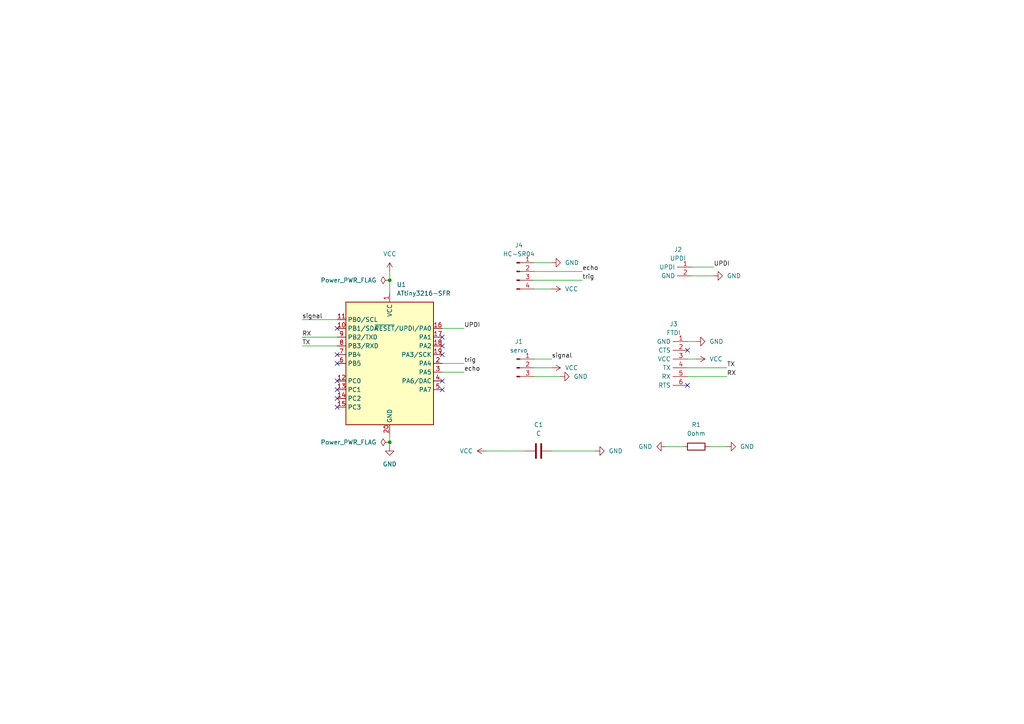
<source format=kicad_sch>
(kicad_sch (version 20211123) (generator eeschema)
  (paper "A4")
  (lib_symbols
    (symbol "fab:C" (pin_numbers hide) (pin_names (offset 0.254))
      (property "Reference" "C" (at 0.635 2.54 0))
      (property "Value" "C" (at 0.635 -2.54 0))
      (symbol "C_0_1"
        (polyline (pts (xy -2.032 -0.762) (xy 2.032 -0.762)) (stroke (width 0.508)))
        (polyline (pts (xy -2.032 0.762) (xy 2.032 0.762)) (stroke (width 0.508)))
      )
      (symbol "C_1_1"
        (pin passive line (at 0 3.81 270) (length 2.794) (name "~") (number "1"))
        (pin passive line (at 0 -3.81 90) (length 2.794) (name "~") (number "2"))
      )
    )
    (symbol "fab:Conn_PinHeader_1x03_P2.54mm_Horizontal_SMD" (pin_names (offset 1.016) hide)
      (property "Reference" "J" (at 0 5.08 0))
      (property "Value" "Conn_PinHeader_1x03_P2.54mm_Horizontal_SMD" (at 0 -5.08 0))
      (symbol "Conn_PinHeader_1x03_P2.54mm_Horizontal_SMD_1_1"
        (polyline (pts (xy 1.27 -2.54) (xy 0.8636 -2.54)) (stroke (width 0.1524)))
        (polyline (pts (xy 1.27 0) (xy 0.8636 0)) (stroke (width 0.1524)))
        (polyline (pts (xy 1.27 2.54) (xy 0.8636 2.54)) (stroke (width 0.1524)))
        (rectangle (start 0.8636 -2.413) (end 0 -2.667) (stroke (width 0.1524)) (fill (type outline)))
        (rectangle (start 0.8636 0.127) (end 0 -0.127) (stroke (width 0.1524)) (fill (type outline)))
        (rectangle (start 0.8636 2.667) (end 0 2.413) (stroke (width 0.1524)) (fill (type outline)))
        (pin passive line (at 5.08 2.54 180) (length 3.81) (name "Pin_1") (number "1"))
        (pin passive line (at 5.08 0 180) (length 3.81) (name "Pin_2") (number "2"))
        (pin passive line (at 5.08 -2.54 180) (length 3.81) (name "Pin_3") (number "3"))
      )
    )
    (symbol "fab:Conn_PinHeader_1x04_P2.54mm_Horizontal_SMD" (pin_names (offset 1.016) hide)
      (property "Reference" "J" (at 0 5.08 0))
      (property "Value" "Conn_PinHeader_1x04_P2.54mm_Horizontal_SMD" (at 0 -7.62 0))
      (symbol "Conn_PinHeader_1x04_P2.54mm_Horizontal_SMD_1_1"
        (polyline (pts (xy 1.27 -5.08) (xy 0.8636 -5.08)) (stroke (width 0.1524)))
        (polyline (pts (xy 1.27 -2.54) (xy 0.8636 -2.54)) (stroke (width 0.1524)))
        (polyline (pts (xy 1.27 0) (xy 0.8636 0)) (stroke (width 0.1524)))
        (polyline (pts (xy 1.27 2.54) (xy 0.8636 2.54)) (stroke (width 0.1524)))
        (rectangle (start 0.8636 -4.953) (end 0 -5.207) (stroke (width 0.1524)) (fill (type outline)))
        (rectangle (start 0.8636 -2.413) (end 0 -2.667) (stroke (width 0.1524)) (fill (type outline)))
        (rectangle (start 0.8636 0.127) (end 0 -0.127) (stroke (width 0.1524)) (fill (type outline)))
        (rectangle (start 0.8636 2.667) (end 0 2.413) (stroke (width 0.1524)) (fill (type outline)))
        (pin passive line (at 5.08 2.54 180) (length 3.81) (name "Pin_1") (number "1"))
        (pin passive line (at 5.08 0 180) (length 3.81) (name "Pin_2") (number "2"))
        (pin passive line (at 5.08 -2.54 180) (length 3.81) (name "Pin_3") (number "3"))
        (pin passive line (at 5.08 -5.08 180) (length 3.81) (name "Pin_4") (number "4"))
      )
    )
    (symbol "fab:Conn_PinHeader_FTDI_1x06_P2.54mm_Horizontal_SMD" (pin_names (offset 1.016))
      (property "Reference" "J" (at 0 7.62 0))
      (property "Value" "Conn_PinHeader_FTDI_1x06_P2.54mm_Horizontal_SMD" (at 0 -10.16 0))
      (symbol "Conn_PinHeader_FTDI_1x06_P2.54mm_Horizontal_SMD_1_1"
        (polyline (pts (xy 1.27 -7.62) (xy 0.8636 -7.62)) (stroke (width 0.1524)))
        (polyline (pts (xy 1.27 -5.08) (xy 0.8636 -5.08)) (stroke (width 0.1524)))
        (polyline (pts (xy 1.27 -2.54) (xy 0.8636 -2.54)) (stroke (width 0.1524)))
        (polyline (pts (xy 1.27 0) (xy 0.8636 0)) (stroke (width 0.1524)))
        (polyline (pts (xy 1.27 2.54) (xy 0.8636 2.54)) (stroke (width 0.1524)))
        (polyline (pts (xy 1.27 5.08) (xy 0.8636 5.08)) (stroke (width 0.1524)))
        (pin passive line (at 5.08 5.08 180) (length 3.81) (name "GND") (number "1"))
        (pin passive line (at 5.08 2.54 180) (length 3.81) (name "CTS") (number "2"))
        (pin passive line (at 5.08 0 180) (length 3.81) (name "VCC") (number "3"))
        (pin passive line (at 5.08 -2.54 180) (length 3.81) (name "TX") (number "4"))
        (pin passive line (at 5.08 -5.08 180) (length 3.81) (name "RX") (number "5"))
        (pin passive line (at 5.08 -7.62 180) (length 3.81) (name "RTS") (number "6"))
      )
    )
    (symbol "fab:Conn_PinHeader_UPDI_1x02_P2.54mm_Horizontal_SMD" (pin_names (offset 1.016))
      (property "Reference" "J" (at 0 2.54 0))
      (property "Value" "Conn_PinHeader_UPDI_1x02_P2.54mm_Horizontal_SMD" (at 0 -5.08 0))
      (symbol "Conn_PinHeader_UPDI_1x02_P2.54mm_Horizontal_SMD_1_1"
        (polyline (pts (xy 1.27 -2.54) (xy 0.8636 -2.54)) (stroke (width 0.1524)))
        (polyline (pts (xy 1.27 0) (xy 0.8636 0)) (stroke (width 0.1524)))
        (pin passive line (at 5.08 0 180) (length 3.81) (name "UPDI") (number "1"))
        (pin passive line (at 5.08 -2.54 180) (length 3.81) (name "GND") (number "2"))
      )
    )
    (symbol "fab:Microcontroller_ATtiny3216-SFR"
      (property "Reference" "U" (at -12.7 20.32 0))
      (property "Value" "Microcontroller_ATtiny3216-SFR" (at 2.54 20.32 0))
      (symbol "Microcontroller_ATtiny3216-SFR_0_1"
        (rectangle (start -12.7 -17.78) (end 12.7 17.78) (stroke (width 0.254)) (fill (type background)))
      )
      (symbol "Microcontroller_ATtiny3216-SFR_1_1"
        (pin power_in line (at 0 20.32 270) (length 2.54) (name "VCC") (number "1"))
        (pin bidirectional line (at -15.24 10.16 0) (length 2.54) (name "PB1/SDA") (number "10"))
        (pin bidirectional line (at -15.24 12.7 0) (length 2.54) (name "PB0/SCL") (number "11"))
        (pin bidirectional line (at -15.24 -5.08 0) (length 2.54) (name "PC0") (number "12"))
        (pin bidirectional line (at -15.24 -7.62 0) (length 2.54) (name "PC1") (number "13"))
        (pin bidirectional line (at -15.24 -10.16 0) (length 2.54) (name "PC2") (number "14"))
        (pin bidirectional line (at -15.24 -12.7 0) (length 2.54) (name "PC3") (number "15"))
        (pin bidirectional line (at 15.24 10.16 180) (length 2.54) (name "~{RESET}/UPDI/PA0") (number "16"))
        (pin bidirectional line (at 15.24 7.62 180) (length 2.54) (name "PA1") (number "17"))
        (pin bidirectional line (at 15.24 5.08 180) (length 2.54) (name "PA2") (number "18"))
        (pin bidirectional line (at 15.24 2.54 180) (length 2.54) (name "PA3/SCK") (number "19"))
        (pin bidirectional line (at 15.24 0 180) (length 2.54) (name "PA4") (number "2"))
        (pin power_in line (at 0 -20.32 90) (length 2.54) (name "GND") (number "20"))
        (pin bidirectional line (at 15.24 -2.54 180) (length 2.54) (name "PA5") (number "3"))
        (pin bidirectional line (at 15.24 -5.08 180) (length 2.54) (name "PA6/DAC") (number "4"))
        (pin bidirectional line (at 15.24 -7.62 180) (length 2.54) (name "PA7") (number "5"))
        (pin bidirectional line (at -15.24 0 0) (length 2.54) (name "PB5") (number "6"))
        (pin bidirectional line (at -15.24 2.54 0) (length 2.54) (name "PB4") (number "7"))
        (pin bidirectional line (at -15.24 5.08 0) (length 2.54) (name "PB3/RXD") (number "8"))
        (pin bidirectional line (at -15.24 7.62 0) (length 2.54) (name "PB2/TXD") (number "9"))
      )
    )
    (symbol "fab:Power_PWR_FLAG" (power) (pin_numbers hide) (pin_names (offset 0) hide)
      (property "Value" "Power_PWR_FLAG" (at 0 3.81 0))
      (symbol "Power_PWR_FLAG_0_0"
        (pin power_out line (at 0 0 90) (length 0) (name "pwr") (number "1"))
      )
      (symbol "Power_PWR_FLAG_0_1"
        (polyline (pts (xy 0 0) (xy 0 1.27) (xy -1.016 1.905) (xy 0 2.54) (xy 1.016 1.905) (xy 0 1.27)))
      )
    )
    (symbol "fab:R" (pin_numbers hide) (pin_names (offset 0))
      (property "Reference" "R" (at 2.032 0 90))
      (property "Value" "R" (at 0 0 90))
      (symbol "R_0_1"
        (rectangle (start -1.016 -2.54) (end 1.016 2.54) (stroke (width 0.254)))
      )
      (symbol "R_1_1"
        (pin passive line (at 0 3.81 270) (length 1.27) (name "~") (number "1"))
        (pin passive line (at 0 -3.81 90) (length 1.27) (name "~") (number "2"))
      )
    )
    (symbol "power:GND" (power) (pin_names (offset 0))
      (property "Value" "GND" (at 0 -3.81 0))
      (symbol "GND_0_1"
        (polyline (pts (xy 0 0) (xy 0 -1.27) (xy 1.27 -1.27) (xy 0 -2.54) (xy -1.27 -1.27) (xy 0 -1.27)))
      )
      (symbol "GND_1_1"
        (pin power_in line (at 0 0 270) (length 0) hide (name "GND") (number "1"))
      )
    )
    (symbol "power:VCC" (power) (pin_names (offset 0))
      (property "Value" "VCC" (at 0 3.81 0))
      (symbol "VCC_0_1"
        (polyline (pts (xy -0.762 1.27) (xy 0 2.54)))
        (polyline (pts (xy 0 0) (xy 0 2.54)))
        (polyline (pts (xy 0 2.54) (xy 0.762 1.27)))
      )
      (symbol "VCC_1_1"
        (pin power_in line (at 0 0 90) (length 0) hide (name "VCC") (number "1"))
      )
    )
  )
  (junction (at 113.03 81.28))
  (junction (at 113.03 128.27))
  (no_connect (at 97.79 102.87))
  (no_connect (at 97.79 95.25))
  (no_connect (at 97.79 110.49))
  (no_connect (at 97.79 113.03))
  (no_connect (at 97.79 105.41))
  (no_connect (at 128.27 97.79))
  (no_connect (at 97.79 118.11))
  (no_connect (at 97.79 115.57))
  (no_connect (at 128.27 113.03))
  (no_connect (at 128.27 102.87))
  (no_connect (at 128.27 110.49))
  (no_connect (at 128.27 100.33))
  (no_connect (at 199.39 101.6))
  (no_connect (at 199.39 111.76))
  (wire (pts (xy 199.39 106.68) (xy 210.82 106.68)))
  (wire (pts (xy 87.63 97.79) (xy 97.79 97.79)))
  (wire (pts (xy 201.93 99.06) (xy 199.39 99.06)))
  (wire (pts (xy 140.97 130.81) (xy 152.4 130.81)))
  (wire (pts (xy 87.63 92.71) (xy 97.79 92.71)))
  (wire (pts (xy 128.27 107.95) (xy 134.62 107.95)))
  (wire (pts (xy 128.27 95.25) (xy 134.62 95.25)))
  (wire (pts (xy 160.02 104.14) (xy 154.94 104.14)))
  (wire (pts (xy 154.94 81.28) (xy 168.91 81.28)))
  (wire (pts (xy 113.03 129.54) (xy 113.03 128.27)))
  (wire (pts (xy 193.04 129.54) (xy 198.12 129.54)))
  (wire (pts (xy 199.39 109.22) (xy 210.82 109.22)))
  (wire (pts (xy 154.94 83.82) (xy 160.02 83.82)))
  (wire (pts (xy 199.39 104.14) (xy 201.93 104.14)))
  (wire (pts (xy 128.27 105.41) (xy 134.62 105.41)))
  (wire (pts (xy 207.01 80.01) (xy 200.66 80.01)))
  (wire (pts (xy 162.56 109.22) (xy 154.94 109.22)))
  (wire (pts (xy 160.02 130.81) (xy 172.72 130.81)))
  (wire (pts (xy 200.66 77.47) (xy 207.01 77.47)))
  (wire (pts (xy 210.82 129.54) (xy 205.74 129.54)))
  (wire (pts (xy 113.03 128.27) (xy 113.03 125.73)))
  (wire (pts (xy 154.94 78.74) (xy 168.91 78.74)))
  (wire (pts (xy 160.02 106.68) (xy 154.94 106.68)))
  (wire (pts (xy 87.63 100.33) (xy 97.79 100.33)))
  (wire (pts (xy 113.03 81.28) (xy 113.03 85.09)))
  (wire (pts (xy 154.94 76.2) (xy 160.02 76.2)))
  (wire (pts (xy 113.03 78.74) (xy 113.03 81.28)))
  (label "trig" (at 134.62 105.41 0))
  (label "UPDI" (at 134.62 95.25 0))
  (label "RX" (at 87.63 97.79 0))
  (label "trig" (at 168.91 81.28 0))
  (label "RX" (at 210.82 109.22 0))
  (label "TX" (at 210.82 106.68 0))
  (label "signal" (at 160.02 104.14 0))
  (label "echo" (at 134.62 107.95 0))
  (label "echo" (at 168.91 78.74 0))
  (label "signal" (at 87.63 92.71 0))
  (label "UPDI" (at 207.01 77.47 0))
  (label "TX" (at 87.63 100.33 0))
  (symbol (lib_id "power:VCC") (at 160.02 106.68 270) (unit 1)
    (property "Reference" "#PWR0107" (effects hide))
    (property "Value" "VCC" (at 163.83 106.6799 90) (effects (justify left)))
  )
  (symbol (lib_id "fab:Conn_PinHeader_UPDI_1x02_P2.54mm_Horizontal_SMD") (at 195.58 77.47 0) (unit 1)
    (property "Reference" "J2" (at 196.6468 72.39 0))
    (property "Value" "UPDI" (at 196.6468 74.93 0))
    (property "Footprint" "fab:PinHeader_UPDI_01x02_P2.54mm_Horizontal_SMD" (effects hide))
  )
  (symbol (lib_id "power:VCC") (at 201.93 104.14 270) (unit 1)
    (property "Reference" "#PWR0105" (effects hide))
    (property "Value" "VCC" (at 205.74 104.1399 90) (effects (justify left)))
  )
  (symbol (lib_id "power:GND") (at 162.56 109.22 90) (unit 1)
    (property "Reference" "#PWR0106" (effects hide))
    (property "Value" "GND" (at 166.37 109.2199 90) (effects (justify right)))
  )
  (symbol (lib_id "power:GND") (at 113.03 129.54 0) (unit 1)
    (property "Reference" "#PWR0103" (effects hide))
    (property "Value" "GND" (at 113.03 134.62 0))
  )
  (symbol (lib_id "power:VCC") (at 160.02 83.82 270) (unit 1)
    (property "Reference" "#PWR0108" (effects hide))
    (property "Value" "VCC" (at 163.83 83.8199 90) (effects (justify left)))
  )
  (symbol (lib_id "power:GND") (at 160.02 76.2 90) (unit 1)
    (property "Reference" "#PWR0109" (effects hide))
    (property "Value" "GND" (at 163.83 76.2 90) (effects (justify right)))
  )
  (symbol (lib_id "fab:Conn_PinHeader_FTDI_1x06_P2.54mm_Horizontal_SMD") (at 194.31 104.14 0) (unit 1)
    (property "Reference" "J3" (at 195.3768 93.98 0))
    (property "Value" "FTDI" (at 195.3768 96.52 0))
    (property "Footprint" "fab:PinHeader_FTDI_01x06_P2.54mm_Horizontal_SMD" (effects hide))
  )
  (symbol (lib_id "power:GND") (at 193.04 129.54 270) (unit 1)
    (property "Reference" "#PWR0112" (effects hide))
    (property "Value" "GND" (at 189.23 129.5399 90) (effects (justify right)))
  )
  (symbol (lib_id "fab:Power_PWR_FLAG") (at 113.03 128.27 90) (unit 1)
    (property "Reference" "#FLG0101" (effects hide))
    (property "Value" "Power_PWR_FLAG" (at 109.22 128.2699 90) (effects (justify left)))
  )
  (symbol (lib_id "power:GND") (at 207.01 80.01 90) (unit 1)
    (property "Reference" "#PWR0110" (effects hide))
    (property "Value" "GND" (at 210.82 80.0099 90) (effects (justify right)))
  )
  (symbol (lib_id "fab:R") (at 201.93 129.54 90) (unit 1)
    (property "Reference" "R1" (at 201.93 123.19 90))
    (property "Value" "0ohm" (at 201.93 125.73 90))
    (property "Footprint" "fab:R_1206" (effects hide))
  )
  (symbol (lib_id "power:GND") (at 172.72 130.81 90) (unit 1)
    (property "Reference" "#PWR0101" (effects hide))
    (property "Value" "GND" (at 176.53 130.8099 90) (effects (justify right)))
  )
  (symbol (lib_id "power:GND") (at 201.93 99.06 90) (unit 1)
    (property "Reference" "#PWR0111" (effects hide))
    (property "Value" "GND" (at 205.74 99.0599 90) (effects (justify right)))
  )
  (symbol (lib_id "power:VCC") (at 140.97 130.81 90) (unit 1)
    (property "Reference" "#PWR0102" (effects hide))
    (property "Value" "VCC" (at 137.16 130.8099 90) (effects (justify left)))
  )
  (symbol (lib_id "fab:Conn_PinHeader_1x04_P2.54mm_Horizontal_SMD") (at 149.86 78.74 0) (unit 1)
    (property "Reference" "J4" (at 150.495 71.12 0))
    (property "Value" "HC-SR04" (at 150.495 73.66 0))
    (property "Footprint" "fab:PinHeader_1x04_P2.54mm_Horizontal_SMD" (effects hide))
  )
  (symbol (lib_id "fab:C") (at 156.21 130.81 90) (unit 1)
    (property "Reference" "C1" (at 156.21 123.19 90))
    (property "Value" "C" (at 156.21 125.73 90))
    (property "Footprint" "fab:C_1206" (effects hide))
  )
  (symbol (lib_id "power:GND") (at 210.82 129.54 90) (unit 1)
    (property "Reference" "#PWR0113" (effects hide))
    (property "Value" "GND" (at 214.63 129.5399 90) (effects (justify right)))
  )
  (symbol (lib_id "fab:Microcontroller_ATtiny3216-SFR") (at 113.03 105.41 0) (unit 1)
    (property "Reference" "U1" (at 115.0494 82.55 0) (effects (justify left)))
    (property "Value" "ATtiny3216-SFR" (at 115.0494 85.09 0) (effects (justify left)))
    (property "Footprint" "fab:SOIC-20_7.5x12.8mm_P1.27mm" (effects hide))
    (property "Datasheet" "http://ww1.microchip.com/downloads/en/DeviceDoc/ATtiny3216_ATtiny1616-data-sheet-40001997B.pdf" (effects hide))
  )
  (symbol (lib_id "power:VCC") (at 113.03 78.74 0) (unit 1)
    (property "Reference" "#PWR0104" (effects hide))
    (property "Value" "VCC" (at 113.03 73.66 0))
  )
  (symbol (lib_id "fab:Power_PWR_FLAG") (at 113.03 81.28 90) (unit 1)
    (property "Reference" "#FLG0102" (effects hide))
    (property "Value" "Power_PWR_FLAG" (at 109.22 81.2799 90) (effects (justify left)))
  )
  (symbol (lib_id "fab:Conn_PinHeader_1x03_P2.54mm_Horizontal_SMD") (at 149.86 106.68 0) (unit 1)
    (property "Reference" "J1" (at 150.495 99.06 0))
    (property "Value" "servo" (at 150.495 101.6 0))
    (property "Footprint" "fab:PinHeader_1x03_P2.54mm_Horizontal_SMD" (effects hide))
  )
)
</source>
